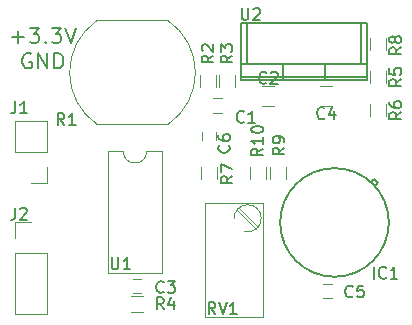
<source format=gbr>
G04 #@! TF.GenerationSoftware,KiCad,Pcbnew,(2017-12-14 revision b47a06e42)-master*
G04 #@! TF.CreationDate,2017-12-14T23:45:36+01:00*
G04 #@! TF.ProjectId,LDR_MLX,4C44525F4D4C582E6B696361645F7063,rev?*
G04 #@! TF.SameCoordinates,Original*
G04 #@! TF.FileFunction,Legend,Top*
G04 #@! TF.FilePolarity,Positive*
%FSLAX46Y46*%
G04 Gerber Fmt 4.6, Leading zero omitted, Abs format (unit mm)*
G04 Created by KiCad (PCBNEW (2017-12-14 revision b47a06e42)-master) date Thu Dec 14 23:45:36 2017*
%MOMM*%
%LPD*%
G01*
G04 APERTURE LIST*
%ADD10C,0.200000*%
%ADD11C,0.120000*%
%ADD12C,0.150000*%
G04 APERTURE END LIST*
D10*
X160400000Y-61017857D02*
X161390476Y-61017857D01*
X160895238Y-61513095D02*
X160895238Y-60522619D01*
X161885714Y-60213095D02*
X162690476Y-60213095D01*
X162257142Y-60708333D01*
X162442857Y-60708333D01*
X162566666Y-60770238D01*
X162628571Y-60832142D01*
X162690476Y-60955952D01*
X162690476Y-61265476D01*
X162628571Y-61389285D01*
X162566666Y-61451190D01*
X162442857Y-61513095D01*
X162071428Y-61513095D01*
X161947619Y-61451190D01*
X161885714Y-61389285D01*
X163247619Y-61389285D02*
X163309523Y-61451190D01*
X163247619Y-61513095D01*
X163185714Y-61451190D01*
X163247619Y-61389285D01*
X163247619Y-61513095D01*
X163742857Y-60213095D02*
X164547619Y-60213095D01*
X164114285Y-60708333D01*
X164300000Y-60708333D01*
X164423809Y-60770238D01*
X164485714Y-60832142D01*
X164547619Y-60955952D01*
X164547619Y-61265476D01*
X164485714Y-61389285D01*
X164423809Y-61451190D01*
X164300000Y-61513095D01*
X163928571Y-61513095D01*
X163804761Y-61451190D01*
X163742857Y-61389285D01*
X164919047Y-60213095D02*
X165352380Y-61513095D01*
X165785714Y-60213095D01*
X162009523Y-62425000D02*
X161885714Y-62363095D01*
X161700000Y-62363095D01*
X161514285Y-62425000D01*
X161390476Y-62548809D01*
X161328571Y-62672619D01*
X161266666Y-62920238D01*
X161266666Y-63105952D01*
X161328571Y-63353571D01*
X161390476Y-63477380D01*
X161514285Y-63601190D01*
X161700000Y-63663095D01*
X161823809Y-63663095D01*
X162009523Y-63601190D01*
X162071428Y-63539285D01*
X162071428Y-63105952D01*
X161823809Y-63105952D01*
X162628571Y-63663095D02*
X162628571Y-62363095D01*
X163371428Y-63663095D01*
X163371428Y-62363095D01*
X163990476Y-63663095D02*
X163990476Y-62363095D01*
X164300000Y-62363095D01*
X164485714Y-62425000D01*
X164609523Y-62548809D01*
X164671428Y-62672619D01*
X164733333Y-62920238D01*
X164733333Y-63105952D01*
X164671428Y-63353571D01*
X164609523Y-63477380D01*
X164485714Y-63601190D01*
X164300000Y-63663095D01*
X163990476Y-63663095D01*
D11*
X182600000Y-65150000D02*
X181600000Y-65150000D01*
X181600000Y-66850000D02*
X182600000Y-66850000D01*
X187500000Y-65150000D02*
X186500000Y-65150000D01*
X186500000Y-66850000D02*
X187500000Y-66850000D01*
X177700000Y-69050000D02*
X177700000Y-69750000D01*
X176500000Y-69750000D02*
X176500000Y-69050000D01*
X178150000Y-67400000D02*
X177450000Y-67400000D01*
X177450000Y-66200000D02*
X178150000Y-66200000D01*
X171350000Y-82700000D02*
X170650000Y-82700000D01*
X170650000Y-81500000D02*
X171350000Y-81500000D01*
X186750000Y-81900000D02*
X187450000Y-81900000D01*
X187450000Y-83100000D02*
X186750000Y-83100000D01*
D12*
X192300000Y-76700000D02*
G75*
G03X192300000Y-76700000I-4600000J0D01*
G01*
X191100000Y-73600000D02*
X191375000Y-73350000D01*
X190800000Y-73300000D02*
X191075000Y-73050000D01*
X191075000Y-73050000D02*
X191375000Y-73350000D01*
D11*
X163330000Y-73330000D02*
X162000000Y-73330000D01*
X163330000Y-72000000D02*
X163330000Y-73330000D01*
X163330000Y-70730000D02*
X160670000Y-70730000D01*
X160670000Y-70730000D02*
X160670000Y-68130000D01*
X163330000Y-70730000D02*
X163330000Y-68130000D01*
X163330000Y-68130000D02*
X160670000Y-68130000D01*
X160670000Y-76670000D02*
X162000000Y-76670000D01*
X160670000Y-78000000D02*
X160670000Y-76670000D01*
X160670000Y-79270000D02*
X163330000Y-79270000D01*
X163330000Y-79270000D02*
X163330000Y-84410000D01*
X160670000Y-79270000D02*
X160670000Y-84410000D01*
X160670000Y-84410000D02*
X163330000Y-84410000D01*
X173632650Y-68377560D02*
G75*
G03X173600000Y-59600000I-3032650J4377560D01*
G01*
X167567350Y-59622440D02*
G75*
G03X167600000Y-68400000I3032650J-4377560D01*
G01*
X167600000Y-59600000D02*
X173600000Y-59600000D01*
X167600000Y-68400000D02*
X173600000Y-68400000D01*
X177680000Y-64200000D02*
X177680000Y-65200000D01*
X176320000Y-65200000D02*
X176320000Y-64200000D01*
X179280000Y-64200000D02*
X179280000Y-65200000D01*
X177920000Y-65200000D02*
X177920000Y-64200000D01*
X170500000Y-82920000D02*
X171500000Y-82920000D01*
X171500000Y-84280000D02*
X170500000Y-84280000D01*
X190720000Y-64900000D02*
X190720000Y-63900000D01*
X192080000Y-63900000D02*
X192080000Y-64900000D01*
X190720000Y-67700000D02*
X190720000Y-66700000D01*
X192080000Y-66700000D02*
X192080000Y-67700000D01*
X176420000Y-73000000D02*
X176420000Y-72000000D01*
X177780000Y-72000000D02*
X177780000Y-73000000D01*
X192080000Y-61100000D02*
X192080000Y-62100000D01*
X190720000Y-62100000D02*
X190720000Y-61100000D01*
X182220000Y-73000000D02*
X182220000Y-72000000D01*
X183580000Y-72000000D02*
X183580000Y-73000000D01*
X181880000Y-72000000D02*
X181880000Y-73000000D01*
X180520000Y-73000000D02*
X180520000Y-72000000D01*
X179475000Y-75609000D02*
X181085000Y-77221000D01*
X179616000Y-75469000D02*
X181226000Y-77080000D01*
X176730000Y-75015000D02*
X181681000Y-75015000D01*
X176730000Y-84665000D02*
X181681000Y-84665000D01*
X181681000Y-84665000D02*
X181681000Y-75015000D01*
X176730000Y-84665000D02*
X176730000Y-75015000D01*
X181504052Y-76324879D02*
G75*
G02X180110000Y-77474000I-1154052J-20121D01*
G01*
X179195704Y-76385309D02*
G75*
G02X181505000Y-76345000I1154296J40309D01*
G01*
X173060000Y-70670000D02*
X171810000Y-70670000D01*
X173060000Y-80950000D02*
X173060000Y-70670000D01*
X168560000Y-80950000D02*
X173060000Y-80950000D01*
X168560000Y-70670000D02*
X168560000Y-80950000D01*
X169810000Y-70670000D02*
X168560000Y-70670000D01*
X171810000Y-70670000D02*
G75*
G02X169810000Y-70670000I-1000000J0D01*
G01*
D12*
X179766000Y-64648000D02*
X190434000Y-64648000D01*
X179766000Y-64648000D02*
X179766000Y-59822000D01*
X190434000Y-64648000D02*
X190434000Y-59822000D01*
X179766000Y-59822000D02*
X190434000Y-59822000D01*
X190434000Y-63251000D02*
X179766000Y-63251000D01*
X186878000Y-63378000D02*
X186878000Y-64648000D01*
X183322000Y-63378000D02*
X183322000Y-64648000D01*
X179766000Y-64394000D02*
X190434000Y-64394000D01*
X189926000Y-63251000D02*
X189926000Y-59822000D01*
X180274000Y-63251000D02*
X180274000Y-59822000D01*
X181933333Y-64857142D02*
X181885714Y-64904761D01*
X181742857Y-64952380D01*
X181647619Y-64952380D01*
X181504761Y-64904761D01*
X181409523Y-64809523D01*
X181361904Y-64714285D01*
X181314285Y-64523809D01*
X181314285Y-64380952D01*
X181361904Y-64190476D01*
X181409523Y-64095238D01*
X181504761Y-64000000D01*
X181647619Y-63952380D01*
X181742857Y-63952380D01*
X181885714Y-64000000D01*
X181933333Y-64047619D01*
X182314285Y-64047619D02*
X182361904Y-64000000D01*
X182457142Y-63952380D01*
X182695238Y-63952380D01*
X182790476Y-64000000D01*
X182838095Y-64047619D01*
X182885714Y-64142857D01*
X182885714Y-64238095D01*
X182838095Y-64380952D01*
X182266666Y-64952380D01*
X182885714Y-64952380D01*
X186833333Y-67857142D02*
X186785714Y-67904761D01*
X186642857Y-67952380D01*
X186547619Y-67952380D01*
X186404761Y-67904761D01*
X186309523Y-67809523D01*
X186261904Y-67714285D01*
X186214285Y-67523809D01*
X186214285Y-67380952D01*
X186261904Y-67190476D01*
X186309523Y-67095238D01*
X186404761Y-67000000D01*
X186547619Y-66952380D01*
X186642857Y-66952380D01*
X186785714Y-67000000D01*
X186833333Y-67047619D01*
X187690476Y-67285714D02*
X187690476Y-67952380D01*
X187452380Y-66904761D02*
X187214285Y-67619047D01*
X187833333Y-67619047D01*
X178757142Y-70166666D02*
X178804761Y-70214285D01*
X178852380Y-70357142D01*
X178852380Y-70452380D01*
X178804761Y-70595238D01*
X178709523Y-70690476D01*
X178614285Y-70738095D01*
X178423809Y-70785714D01*
X178280952Y-70785714D01*
X178090476Y-70738095D01*
X177995238Y-70690476D01*
X177900000Y-70595238D01*
X177852380Y-70452380D01*
X177852380Y-70357142D01*
X177900000Y-70214285D01*
X177947619Y-70166666D01*
X177852380Y-69309523D02*
X177852380Y-69500000D01*
X177900000Y-69595238D01*
X177947619Y-69642857D01*
X178090476Y-69738095D01*
X178280952Y-69785714D01*
X178661904Y-69785714D01*
X178757142Y-69738095D01*
X178804761Y-69690476D01*
X178852380Y-69595238D01*
X178852380Y-69404761D01*
X178804761Y-69309523D01*
X178757142Y-69261904D01*
X178661904Y-69214285D01*
X178423809Y-69214285D01*
X178328571Y-69261904D01*
X178280952Y-69309523D01*
X178233333Y-69404761D01*
X178233333Y-69595238D01*
X178280952Y-69690476D01*
X178328571Y-69738095D01*
X178423809Y-69785714D01*
X180033333Y-68157142D02*
X179985714Y-68204761D01*
X179842857Y-68252380D01*
X179747619Y-68252380D01*
X179604761Y-68204761D01*
X179509523Y-68109523D01*
X179461904Y-68014285D01*
X179414285Y-67823809D01*
X179414285Y-67680952D01*
X179461904Y-67490476D01*
X179509523Y-67395238D01*
X179604761Y-67300000D01*
X179747619Y-67252380D01*
X179842857Y-67252380D01*
X179985714Y-67300000D01*
X180033333Y-67347619D01*
X180985714Y-68252380D02*
X180414285Y-68252380D01*
X180700000Y-68252380D02*
X180700000Y-67252380D01*
X180604761Y-67395238D01*
X180509523Y-67490476D01*
X180414285Y-67538095D01*
X173233333Y-82557142D02*
X173185714Y-82604761D01*
X173042857Y-82652380D01*
X172947619Y-82652380D01*
X172804761Y-82604761D01*
X172709523Y-82509523D01*
X172661904Y-82414285D01*
X172614285Y-82223809D01*
X172614285Y-82080952D01*
X172661904Y-81890476D01*
X172709523Y-81795238D01*
X172804761Y-81700000D01*
X172947619Y-81652380D01*
X173042857Y-81652380D01*
X173185714Y-81700000D01*
X173233333Y-81747619D01*
X173566666Y-81652380D02*
X174185714Y-81652380D01*
X173852380Y-82033333D01*
X173995238Y-82033333D01*
X174090476Y-82080952D01*
X174138095Y-82128571D01*
X174185714Y-82223809D01*
X174185714Y-82461904D01*
X174138095Y-82557142D01*
X174090476Y-82604761D01*
X173995238Y-82652380D01*
X173709523Y-82652380D01*
X173614285Y-82604761D01*
X173566666Y-82557142D01*
X189233333Y-82957142D02*
X189185714Y-83004761D01*
X189042857Y-83052380D01*
X188947619Y-83052380D01*
X188804761Y-83004761D01*
X188709523Y-82909523D01*
X188661904Y-82814285D01*
X188614285Y-82623809D01*
X188614285Y-82480952D01*
X188661904Y-82290476D01*
X188709523Y-82195238D01*
X188804761Y-82100000D01*
X188947619Y-82052380D01*
X189042857Y-82052380D01*
X189185714Y-82100000D01*
X189233333Y-82147619D01*
X190138095Y-82052380D02*
X189661904Y-82052380D01*
X189614285Y-82528571D01*
X189661904Y-82480952D01*
X189757142Y-82433333D01*
X189995238Y-82433333D01*
X190090476Y-82480952D01*
X190138095Y-82528571D01*
X190185714Y-82623809D01*
X190185714Y-82861904D01*
X190138095Y-82957142D01*
X190090476Y-83004761D01*
X189995238Y-83052380D01*
X189757142Y-83052380D01*
X189661904Y-83004761D01*
X189614285Y-82957142D01*
X191023809Y-81452380D02*
X191023809Y-80452380D01*
X192071428Y-81357142D02*
X192023809Y-81404761D01*
X191880952Y-81452380D01*
X191785714Y-81452380D01*
X191642857Y-81404761D01*
X191547619Y-81309523D01*
X191500000Y-81214285D01*
X191452380Y-81023809D01*
X191452380Y-80880952D01*
X191500000Y-80690476D01*
X191547619Y-80595238D01*
X191642857Y-80500000D01*
X191785714Y-80452380D01*
X191880952Y-80452380D01*
X192023809Y-80500000D01*
X192071428Y-80547619D01*
X193023809Y-81452380D02*
X192452380Y-81452380D01*
X192738095Y-81452380D02*
X192738095Y-80452380D01*
X192642857Y-80595238D01*
X192547619Y-80690476D01*
X192452380Y-80738095D01*
X160666666Y-66452380D02*
X160666666Y-67166666D01*
X160619047Y-67309523D01*
X160523809Y-67404761D01*
X160380952Y-67452380D01*
X160285714Y-67452380D01*
X161666666Y-67452380D02*
X161095238Y-67452380D01*
X161380952Y-67452380D02*
X161380952Y-66452380D01*
X161285714Y-66595238D01*
X161190476Y-66690476D01*
X161095238Y-66738095D01*
X160666666Y-75452380D02*
X160666666Y-76166666D01*
X160619047Y-76309523D01*
X160523809Y-76404761D01*
X160380952Y-76452380D01*
X160285714Y-76452380D01*
X161095238Y-75547619D02*
X161142857Y-75500000D01*
X161238095Y-75452380D01*
X161476190Y-75452380D01*
X161571428Y-75500000D01*
X161619047Y-75547619D01*
X161666666Y-75642857D01*
X161666666Y-75738095D01*
X161619047Y-75880952D01*
X161047619Y-76452380D01*
X161666666Y-76452380D01*
X164833333Y-68452380D02*
X164500000Y-67976190D01*
X164261904Y-68452380D02*
X164261904Y-67452380D01*
X164642857Y-67452380D01*
X164738095Y-67500000D01*
X164785714Y-67547619D01*
X164833333Y-67642857D01*
X164833333Y-67785714D01*
X164785714Y-67880952D01*
X164738095Y-67928571D01*
X164642857Y-67976190D01*
X164261904Y-67976190D01*
X165785714Y-68452380D02*
X165214285Y-68452380D01*
X165500000Y-68452380D02*
X165500000Y-67452380D01*
X165404761Y-67595238D01*
X165309523Y-67690476D01*
X165214285Y-67738095D01*
X177452380Y-62566666D02*
X176976190Y-62900000D01*
X177452380Y-63138095D02*
X176452380Y-63138095D01*
X176452380Y-62757142D01*
X176500000Y-62661904D01*
X176547619Y-62614285D01*
X176642857Y-62566666D01*
X176785714Y-62566666D01*
X176880952Y-62614285D01*
X176928571Y-62661904D01*
X176976190Y-62757142D01*
X176976190Y-63138095D01*
X176547619Y-62185714D02*
X176500000Y-62138095D01*
X176452380Y-62042857D01*
X176452380Y-61804761D01*
X176500000Y-61709523D01*
X176547619Y-61661904D01*
X176642857Y-61614285D01*
X176738095Y-61614285D01*
X176880952Y-61661904D01*
X177452380Y-62233333D01*
X177452380Y-61614285D01*
X179052380Y-62566666D02*
X178576190Y-62900000D01*
X179052380Y-63138095D02*
X178052380Y-63138095D01*
X178052380Y-62757142D01*
X178100000Y-62661904D01*
X178147619Y-62614285D01*
X178242857Y-62566666D01*
X178385714Y-62566666D01*
X178480952Y-62614285D01*
X178528571Y-62661904D01*
X178576190Y-62757142D01*
X178576190Y-63138095D01*
X178052380Y-62233333D02*
X178052380Y-61614285D01*
X178433333Y-61947619D01*
X178433333Y-61804761D01*
X178480952Y-61709523D01*
X178528571Y-61661904D01*
X178623809Y-61614285D01*
X178861904Y-61614285D01*
X178957142Y-61661904D01*
X179004761Y-61709523D01*
X179052380Y-61804761D01*
X179052380Y-62090476D01*
X179004761Y-62185714D01*
X178957142Y-62233333D01*
X173233333Y-84052380D02*
X172900000Y-83576190D01*
X172661904Y-84052380D02*
X172661904Y-83052380D01*
X173042857Y-83052380D01*
X173138095Y-83100000D01*
X173185714Y-83147619D01*
X173233333Y-83242857D01*
X173233333Y-83385714D01*
X173185714Y-83480952D01*
X173138095Y-83528571D01*
X173042857Y-83576190D01*
X172661904Y-83576190D01*
X174090476Y-83385714D02*
X174090476Y-84052380D01*
X173852380Y-83004761D02*
X173614285Y-83719047D01*
X174233333Y-83719047D01*
X193352380Y-64566666D02*
X192876190Y-64900000D01*
X193352380Y-65138095D02*
X192352380Y-65138095D01*
X192352380Y-64757142D01*
X192400000Y-64661904D01*
X192447619Y-64614285D01*
X192542857Y-64566666D01*
X192685714Y-64566666D01*
X192780952Y-64614285D01*
X192828571Y-64661904D01*
X192876190Y-64757142D01*
X192876190Y-65138095D01*
X192352380Y-63661904D02*
X192352380Y-64138095D01*
X192828571Y-64185714D01*
X192780952Y-64138095D01*
X192733333Y-64042857D01*
X192733333Y-63804761D01*
X192780952Y-63709523D01*
X192828571Y-63661904D01*
X192923809Y-63614285D01*
X193161904Y-63614285D01*
X193257142Y-63661904D01*
X193304761Y-63709523D01*
X193352380Y-63804761D01*
X193352380Y-64042857D01*
X193304761Y-64138095D01*
X193257142Y-64185714D01*
X193352380Y-67366666D02*
X192876190Y-67700000D01*
X193352380Y-67938095D02*
X192352380Y-67938095D01*
X192352380Y-67557142D01*
X192400000Y-67461904D01*
X192447619Y-67414285D01*
X192542857Y-67366666D01*
X192685714Y-67366666D01*
X192780952Y-67414285D01*
X192828571Y-67461904D01*
X192876190Y-67557142D01*
X192876190Y-67938095D01*
X192352380Y-66509523D02*
X192352380Y-66700000D01*
X192400000Y-66795238D01*
X192447619Y-66842857D01*
X192590476Y-66938095D01*
X192780952Y-66985714D01*
X193161904Y-66985714D01*
X193257142Y-66938095D01*
X193304761Y-66890476D01*
X193352380Y-66795238D01*
X193352380Y-66604761D01*
X193304761Y-66509523D01*
X193257142Y-66461904D01*
X193161904Y-66414285D01*
X192923809Y-66414285D01*
X192828571Y-66461904D01*
X192780952Y-66509523D01*
X192733333Y-66604761D01*
X192733333Y-66795238D01*
X192780952Y-66890476D01*
X192828571Y-66938095D01*
X192923809Y-66985714D01*
X179052380Y-72766666D02*
X178576190Y-73100000D01*
X179052380Y-73338095D02*
X178052380Y-73338095D01*
X178052380Y-72957142D01*
X178100000Y-72861904D01*
X178147619Y-72814285D01*
X178242857Y-72766666D01*
X178385714Y-72766666D01*
X178480952Y-72814285D01*
X178528571Y-72861904D01*
X178576190Y-72957142D01*
X178576190Y-73338095D01*
X178052380Y-72433333D02*
X178052380Y-71766666D01*
X179052380Y-72195238D01*
X193352380Y-61866666D02*
X192876190Y-62200000D01*
X193352380Y-62438095D02*
X192352380Y-62438095D01*
X192352380Y-62057142D01*
X192400000Y-61961904D01*
X192447619Y-61914285D01*
X192542857Y-61866666D01*
X192685714Y-61866666D01*
X192780952Y-61914285D01*
X192828571Y-61961904D01*
X192876190Y-62057142D01*
X192876190Y-62438095D01*
X192780952Y-61295238D02*
X192733333Y-61390476D01*
X192685714Y-61438095D01*
X192590476Y-61485714D01*
X192542857Y-61485714D01*
X192447619Y-61438095D01*
X192400000Y-61390476D01*
X192352380Y-61295238D01*
X192352380Y-61104761D01*
X192400000Y-61009523D01*
X192447619Y-60961904D01*
X192542857Y-60914285D01*
X192590476Y-60914285D01*
X192685714Y-60961904D01*
X192733333Y-61009523D01*
X192780952Y-61104761D01*
X192780952Y-61295238D01*
X192828571Y-61390476D01*
X192876190Y-61438095D01*
X192971428Y-61485714D01*
X193161904Y-61485714D01*
X193257142Y-61438095D01*
X193304761Y-61390476D01*
X193352380Y-61295238D01*
X193352380Y-61104761D01*
X193304761Y-61009523D01*
X193257142Y-60961904D01*
X193161904Y-60914285D01*
X192971428Y-60914285D01*
X192876190Y-60961904D01*
X192828571Y-61009523D01*
X192780952Y-61104761D01*
X183452380Y-70366666D02*
X182976190Y-70700000D01*
X183452380Y-70938095D02*
X182452380Y-70938095D01*
X182452380Y-70557142D01*
X182500000Y-70461904D01*
X182547619Y-70414285D01*
X182642857Y-70366666D01*
X182785714Y-70366666D01*
X182880952Y-70414285D01*
X182928571Y-70461904D01*
X182976190Y-70557142D01*
X182976190Y-70938095D01*
X183452380Y-69890476D02*
X183452380Y-69700000D01*
X183404761Y-69604761D01*
X183357142Y-69557142D01*
X183214285Y-69461904D01*
X183023809Y-69414285D01*
X182642857Y-69414285D01*
X182547619Y-69461904D01*
X182500000Y-69509523D01*
X182452380Y-69604761D01*
X182452380Y-69795238D01*
X182500000Y-69890476D01*
X182547619Y-69938095D01*
X182642857Y-69985714D01*
X182880952Y-69985714D01*
X182976190Y-69938095D01*
X183023809Y-69890476D01*
X183071428Y-69795238D01*
X183071428Y-69604761D01*
X183023809Y-69509523D01*
X182976190Y-69461904D01*
X182880952Y-69414285D01*
X181652380Y-70442857D02*
X181176190Y-70776190D01*
X181652380Y-71014285D02*
X180652380Y-71014285D01*
X180652380Y-70633333D01*
X180700000Y-70538095D01*
X180747619Y-70490476D01*
X180842857Y-70442857D01*
X180985714Y-70442857D01*
X181080952Y-70490476D01*
X181128571Y-70538095D01*
X181176190Y-70633333D01*
X181176190Y-71014285D01*
X181652380Y-69490476D02*
X181652380Y-70061904D01*
X181652380Y-69776190D02*
X180652380Y-69776190D01*
X180795238Y-69871428D01*
X180890476Y-69966666D01*
X180938095Y-70061904D01*
X180652380Y-68871428D02*
X180652380Y-68776190D01*
X180700000Y-68680952D01*
X180747619Y-68633333D01*
X180842857Y-68585714D01*
X181033333Y-68538095D01*
X181271428Y-68538095D01*
X181461904Y-68585714D01*
X181557142Y-68633333D01*
X181604761Y-68680952D01*
X181652380Y-68776190D01*
X181652380Y-68871428D01*
X181604761Y-68966666D01*
X181557142Y-69014285D01*
X181461904Y-69061904D01*
X181271428Y-69109523D01*
X181033333Y-69109523D01*
X180842857Y-69061904D01*
X180747619Y-69014285D01*
X180700000Y-68966666D01*
X180652380Y-68871428D01*
X177604761Y-84452380D02*
X177271428Y-83976190D01*
X177033333Y-84452380D02*
X177033333Y-83452380D01*
X177414285Y-83452380D01*
X177509523Y-83500000D01*
X177557142Y-83547619D01*
X177604761Y-83642857D01*
X177604761Y-83785714D01*
X177557142Y-83880952D01*
X177509523Y-83928571D01*
X177414285Y-83976190D01*
X177033333Y-83976190D01*
X177890476Y-83452380D02*
X178223809Y-84452380D01*
X178557142Y-83452380D01*
X179414285Y-84452380D02*
X178842857Y-84452380D01*
X179128571Y-84452380D02*
X179128571Y-83452380D01*
X179033333Y-83595238D01*
X178938095Y-83690476D01*
X178842857Y-83738095D01*
X168838095Y-79652380D02*
X168838095Y-80461904D01*
X168885714Y-80557142D01*
X168933333Y-80604761D01*
X169028571Y-80652380D01*
X169219047Y-80652380D01*
X169314285Y-80604761D01*
X169361904Y-80557142D01*
X169409523Y-80461904D01*
X169409523Y-79652380D01*
X170409523Y-80652380D02*
X169838095Y-80652380D01*
X170123809Y-80652380D02*
X170123809Y-79652380D01*
X170028571Y-79795238D01*
X169933333Y-79890476D01*
X169838095Y-79938095D01*
X179838095Y-58552380D02*
X179838095Y-59361904D01*
X179885714Y-59457142D01*
X179933333Y-59504761D01*
X180028571Y-59552380D01*
X180219047Y-59552380D01*
X180314285Y-59504761D01*
X180361904Y-59457142D01*
X180409523Y-59361904D01*
X180409523Y-58552380D01*
X180838095Y-58647619D02*
X180885714Y-58600000D01*
X180980952Y-58552380D01*
X181219047Y-58552380D01*
X181314285Y-58600000D01*
X181361904Y-58647619D01*
X181409523Y-58742857D01*
X181409523Y-58838095D01*
X181361904Y-58980952D01*
X180790476Y-59552380D01*
X181409523Y-59552380D01*
M02*

</source>
